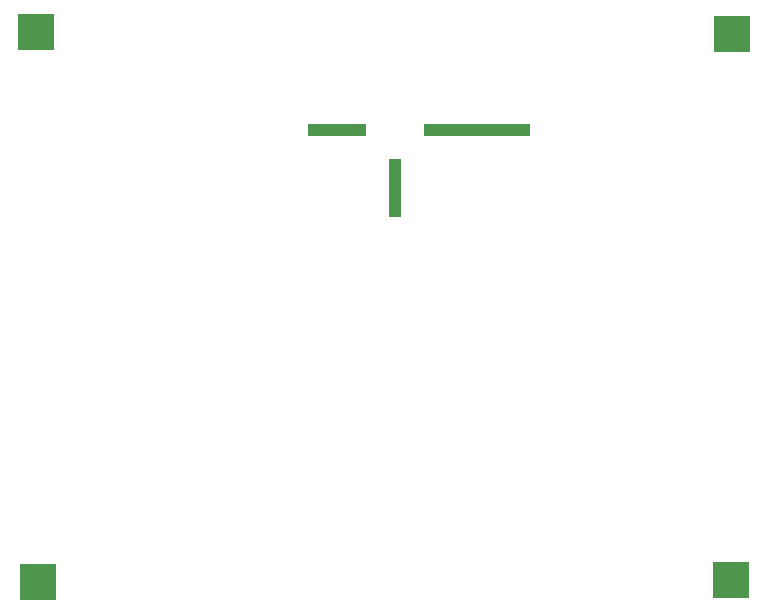
<source format=gbr>
%TF.GenerationSoftware,KiCad,Pcbnew,(5.1.6-0-10_14)*%
%TF.CreationDate,2020-10-31T17:57:06+01:00*%
%TF.ProjectId,FM_Receiver,464d5f52-6563-4656-9976-65722e6b6963,rev?*%
%TF.SameCoordinates,Original*%
%TF.FileFunction,Paste,Top*%
%TF.FilePolarity,Positive*%
%FSLAX46Y46*%
G04 Gerber Fmt 4.6, Leading zero omitted, Abs format (unit mm)*
G04 Created by KiCad (PCBNEW (5.1.6-0-10_14)) date 2020-10-31 17:57:06*
%MOMM*%
%LPD*%
G01*
G04 APERTURE LIST*
%ADD10R,1.000000X5.000000*%
%ADD11R,9.000000X1.000000*%
%ADD12R,5.000000X1.000000*%
%ADD13R,3.048000X3.048000*%
G04 APERTURE END LIST*
D10*
%TO.C,Q201*%
X77120000Y-87675000D03*
D11*
X84045000Y-82750000D03*
D12*
X72195000Y-82750000D03*
%TD*%
D13*
%TO.C,J103*%
X46880000Y-121040000D03*
%TD*%
%TO.C,J102*%
X46750000Y-74470000D03*
%TD*%
%TO.C,J105*%
X105560000Y-120880000D03*
%TD*%
%TO.C,J104*%
X105630000Y-74630000D03*
%TD*%
M02*

</source>
